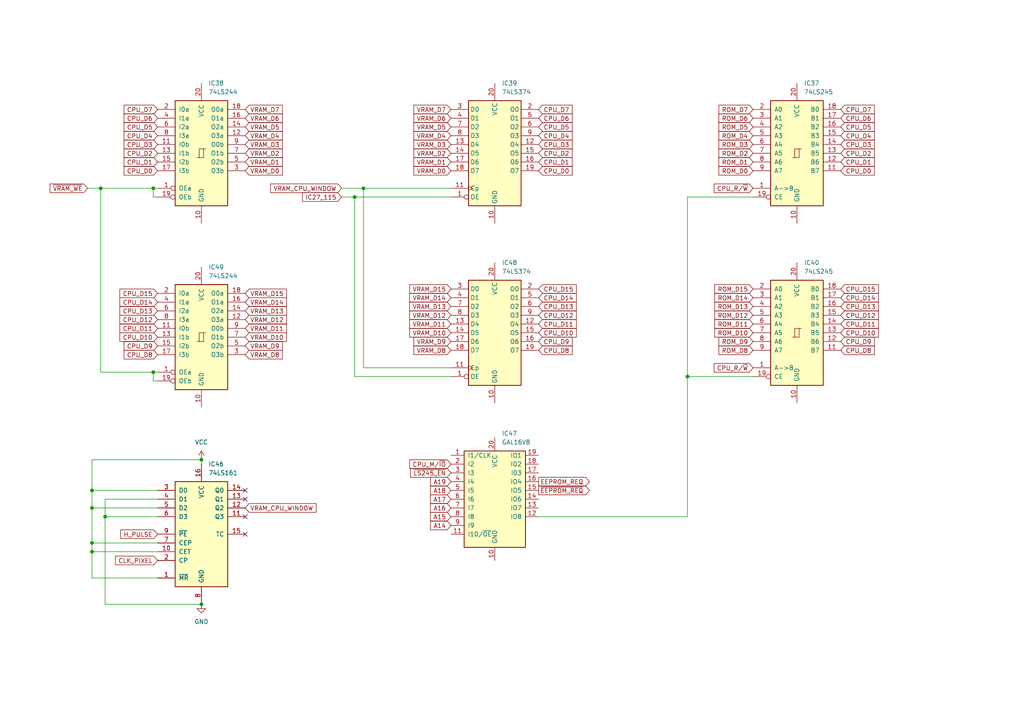
<source format=kicad_sch>
(kicad_sch (version 20211123) (generator eeschema)
  (paper "A4")
  (lib_symbols
    (symbol "74xx:74LS161" (pin_names (offset 1.016))
      (property "Reference" "U" (at -7.62 16.51 0))
      (property "Value" "74LS161" (at -7.62 -16.51 0))
      (symbol "74LS161_1_0"
        (pin input line (at -12.7 -12.7 0) (length 5.08) (name "~{MR}") (number "1"))
        (pin input line (at -12.7 -5.08 0) (length 5.08) (name "CET") (number "10"))
        (pin output line (at 12.7 5.08 180) (length 5.08) (name "Q3") (number "11"))
        (pin output line (at 12.7 7.62 180) (length 5.08) (name "Q2") (number "12"))
        (pin output line (at 12.7 10.16 180) (length 5.08) (name "Q1") (number "13"))
        (pin output line (at 12.7 12.7 180) (length 5.08) (name "Q0") (number "14"))
        (pin output line (at 12.7 0 180) (length 5.08) (name "TC") (number "15"))
        (pin power_in line (at 0 20.32 270) (length 5.08) (name "VCC") (number "16"))
        (pin input line (at -12.7 -7.62 0) (length 5.08) (name "CP") (number "2"))
        (pin input line (at -12.7 12.7 0) (length 5.08) (name "D0") (number "3"))
        (pin input line (at -12.7 10.16 0) (length 5.08) (name "D1") (number "4"))
        (pin input line (at -12.7 7.62 0) (length 5.08) (name "D2") (number "5"))
        (pin input line (at -12.7 5.08 0) (length 5.08) (name "D3") (number "6"))
        (pin input line (at -12.7 -2.54 0) (length 5.08) (name "CEP") (number "7"))
        (pin power_in line (at 0 -20.32 90) (length 5.08) (name "GND") (number "8"))
        (pin input line (at -12.7 0 0) (length 5.08) (name "~{PE}") (number "9"))
      )
      (symbol "74LS161_1_1"
        (rectangle (start -7.62 15.24) (end 7.62 -15.24) (stroke (width 0.254)) (fill (type background)))
      )
    )
    (symbol "74xx:74LS244" (pin_names (offset 1.016))
      (property "Reference" "U" (at -7.62 16.51 0))
      (property "Value" "74LS244" (at -7.62 -16.51 0))
      (symbol "74LS244_1_0"
        (polyline (pts (xy -0.635 -1.27) (xy -0.635 1.27) (xy 0.635 1.27)))
        (polyline (pts (xy -1.27 -1.27) (xy 0.635 -1.27) (xy 0.635 1.27) (xy 1.27 1.27)))
        (pin input inverted (at -12.7 -10.16 0) (length 5.08) (name "OEa") (number "1"))
        (pin power_in line (at 0 -20.32 90) (length 5.08) (name "GND") (number "10"))
        (pin input line (at -12.7 2.54 0) (length 5.08) (name "I0b") (number "11"))
        (pin tri_state line (at 12.7 5.08 180) (length 5.08) (name "O3a") (number "12"))
        (pin input line (at -12.7 0 0) (length 5.08) (name "I1b") (number "13"))
        (pin tri_state line (at 12.7 7.62 180) (length 5.08) (name "O2a") (number "14"))
        (pin input line (at -12.7 -2.54 0) (length 5.08) (name "I2b") (number "15"))
        (pin tri_state line (at 12.7 10.16 180) (length 5.08) (name "O1a") (number "16"))
        (pin input line (at -12.7 -5.08 0) (length 5.08) (name "I3b") (number "17"))
        (pin tri_state line (at 12.7 12.7 180) (length 5.08) (name "O0a") (number "18"))
        (pin input inverted (at -12.7 -12.7 0) (length 5.08) (name "OEb") (number "19"))
        (pin input line (at -12.7 12.7 0) (length 5.08) (name "I0a") (number "2"))
        (pin power_in line (at 0 20.32 270) (length 5.08) (name "VCC") (number "20"))
        (pin tri_state line (at 12.7 -5.08 180) (length 5.08) (name "O3b") (number "3"))
        (pin input line (at -12.7 10.16 0) (length 5.08) (name "I1a") (number "4"))
        (pin tri_state line (at 12.7 -2.54 180) (length 5.08) (name "O2b") (number "5"))
        (pin input line (at -12.7 7.62 0) (length 5.08) (name "I2a") (number "6"))
        (pin tri_state line (at 12.7 0 180) (length 5.08) (name "O1b") (number "7"))
        (pin input line (at -12.7 5.08 0) (length 5.08) (name "I3a") (number "8"))
        (pin tri_state line (at 12.7 2.54 180) (length 5.08) (name "O0b") (number "9"))
      )
      (symbol "74LS244_1_1"
        (rectangle (start -7.62 15.24) (end 7.62 -15.24) (stroke (width 0.254)) (fill (type background)))
      )
    )
    (symbol "74xx:74LS245" (pin_names (offset 1.016))
      (property "Reference" "U" (at -7.62 16.51 0))
      (property "Value" "74LS245" (at -7.62 -16.51 0))
      (symbol "74LS245_1_0"
        (polyline (pts (xy -0.635 -1.27) (xy -0.635 1.27) (xy 0.635 1.27)))
        (polyline (pts (xy -1.27 -1.27) (xy 0.635 -1.27) (xy 0.635 1.27) (xy 1.27 1.27)))
        (pin input line (at -12.7 -10.16 0) (length 5.08) (name "A->B") (number "1"))
        (pin power_in line (at 0 -20.32 90) (length 5.08) (name "GND") (number "10"))
        (pin tri_state line (at 12.7 -5.08 180) (length 5.08) (name "B7") (number "11"))
        (pin tri_state line (at 12.7 -2.54 180) (length 5.08) (name "B6") (number "12"))
        (pin tri_state line (at 12.7 0 180) (length 5.08) (name "B5") (number "13"))
        (pin tri_state line (at 12.7 2.54 180) (length 5.08) (name "B4") (number "14"))
        (pin tri_state line (at 12.7 5.08 180) (length 5.08) (name "B3") (number "15"))
        (pin tri_state line (at 12.7 7.62 180) (length 5.08) (name "B2") (number "16"))
        (pin tri_state line (at 12.7 10.16 180) (length 5.08) (name "B1") (number "17"))
        (pin tri_state line (at 12.7 12.7 180) (length 5.08) (name "B0") (number "18"))
        (pin input inverted (at -12.7 -12.7 0) (length 5.08) (name "CE") (number "19"))
        (pin tri_state line (at -12.7 12.7 0) (length 5.08) (name "A0") (number "2"))
        (pin power_in line (at 0 20.32 270) (length 5.08) (name "VCC") (number "20"))
        (pin tri_state line (at -12.7 10.16 0) (length 5.08) (name "A1") (number "3"))
        (pin tri_state line (at -12.7 7.62 0) (length 5.08) (name "A2") (number "4"))
        (pin tri_state line (at -12.7 5.08 0) (length 5.08) (name "A3") (number "5"))
        (pin tri_state line (at -12.7 2.54 0) (length 5.08) (name "A4") (number "6"))
        (pin tri_state line (at -12.7 0 0) (length 5.08) (name "A5") (number "7"))
        (pin tri_state line (at -12.7 -2.54 0) (length 5.08) (name "A6") (number "8"))
        (pin tri_state line (at -12.7 -5.08 0) (length 5.08) (name "A7") (number "9"))
      )
      (symbol "74LS245_1_1"
        (rectangle (start -7.62 15.24) (end 7.62 -15.24) (stroke (width 0.254)) (fill (type background)))
      )
    )
    (symbol "74xx:74LS374"
      (property "Reference" "U" (at -7.62 16.51 0))
      (property "Value" "74LS374" (at -7.62 -16.51 0))
      (symbol "74LS374_1_0"
        (pin input inverted (at -12.7 -12.7 0) (length 5.08) (name "OE") (number "1"))
        (pin power_in line (at 0 -20.32 90) (length 5.08) (name "GND") (number "10"))
        (pin input clock (at -12.7 -10.16 0) (length 5.08) (name "Cp") (number "11"))
        (pin tri_state line (at 12.7 2.54 180) (length 5.08) (name "O4") (number "12"))
        (pin input line (at -12.7 2.54 0) (length 5.08) (name "D4") (number "13"))
        (pin input line (at -12.7 0 0) (length 5.08) (name "D5") (number "14"))
        (pin tri_state line (at 12.7 0 180) (length 5.08) (name "O5") (number "15"))
        (pin tri_state line (at 12.7 -2.54 180) (length 5.08) (name "O6") (number "16"))
        (pin input line (at -12.7 -2.54 0) (length 5.08) (name "D6") (number "17"))
        (pin input line (at -12.7 -5.08 0) (length 5.08) (name "D7") (number "18"))
        (pin tri_state line (at 12.7 -5.08 180) (length 5.08) (name "O7") (number "19"))
        (pin tri_state line (at 12.7 12.7 180) (length 5.08) (name "O0") (number "2"))
        (pin power_in line (at 0 20.32 270) (length 5.08) (name "VCC") (number "20"))
        (pin input line (at -12.7 12.7 0) (length 5.08) (name "D0") (number "3"))
        (pin input line (at -12.7 10.16 0) (length 5.08) (name "D1") (number "4"))
        (pin tri_state line (at 12.7 10.16 180) (length 5.08) (name "O1") (number "5"))
        (pin tri_state line (at 12.7 7.62 180) (length 5.08) (name "O2") (number "6"))
        (pin input line (at -12.7 7.62 0) (length 5.08) (name "D2") (number "7"))
        (pin input line (at -12.7 5.08 0) (length 5.08) (name "D3") (number "8"))
        (pin tri_state line (at 12.7 5.08 180) (length 5.08) (name "O3") (number "9"))
      )
      (symbol "74LS374_1_1"
        (rectangle (start -7.62 15.24) (end 7.62 -15.24) (stroke (width 0.254)) (fill (type background)))
      )
    )
    (symbol "Logic_Programmable:GAL16V8" (pin_names (offset 1.016))
      (property "Reference" "U" (at -8.89 16.51 0))
      (property "Value" "GAL16V8" (at 1.27 16.51 0))
      (symbol "GAL16V8_0_0"
        (pin power_in line (at 0 -17.78 90) (length 3.81) (name "GND") (number "10"))
        (pin power_in line (at 0 17.78 270) (length 3.81) (name "VCC") (number "20"))
      )
      (symbol "GAL16V8_0_1"
        (rectangle (start -8.89 13.97) (end 8.89 -13.97) (stroke (width 0.254)) (fill (type background)))
      )
      (symbol "GAL16V8_1_1"
        (pin input line (at -12.7 12.7 0) (length 3.81) (name "I1/CLK") (number "1"))
        (pin input line (at -12.7 -10.16 0) (length 3.81) (name "I10/~{OE}") (number "11"))
        (pin tri_state line (at 12.7 -5.08 180) (length 3.81) (name "IO8") (number "12"))
        (pin tri_state line (at 12.7 -2.54 180) (length 3.81) (name "IO7") (number "13"))
        (pin tri_state line (at 12.7 0 180) (length 3.81) (name "IO6") (number "14"))
        (pin tri_state line (at 12.7 2.54 180) (length 3.81) (name "IO5") (number "15"))
        (pin tri_state line (at 12.7 5.08 180) (length 3.81) (name "IO4") (number "16"))
        (pin tri_state line (at 12.7 7.62 180) (length 3.81) (name "I03") (number "17"))
        (pin tri_state line (at 12.7 10.16 180) (length 3.81) (name "IO2") (number "18"))
        (pin tri_state line (at 12.7 12.7 180) (length 3.81) (name "IO1") (number "19"))
        (pin input line (at -12.7 10.16 0) (length 3.81) (name "I2") (number "2"))
        (pin input line (at -12.7 7.62 0) (length 3.81) (name "I3") (number "3"))
        (pin input line (at -12.7 5.08 0) (length 3.81) (name "I4") (number "4"))
        (pin input line (at -12.7 2.54 0) (length 3.81) (name "I5") (number "5"))
        (pin input line (at -12.7 0 0) (length 3.81) (name "I6") (number "6"))
        (pin input line (at -12.7 -2.54 0) (length 3.81) (name "I7") (number "7"))
        (pin input line (at -12.7 -5.08 0) (length 3.81) (name "I8") (number "8"))
        (pin input line (at -12.7 -7.62 0) (length 3.81) (name "I9") (number "9"))
      )
    )
    (symbol "power:GND" (power) (pin_names (offset 0))
      (property "Value" "GND" (at 0 -3.81 0))
      (symbol "GND_0_1"
        (polyline (pts (xy 0 0) (xy 0 -1.27) (xy 1.27 -1.27) (xy 0 -2.54) (xy -1.27 -1.27) (xy 0 -1.27)))
      )
      (symbol "GND_1_1"
        (pin power_in line (at 0 0 270) (length 0) hide (name "GND") (number "1"))
      )
    )
    (symbol "power:VCC" (power) (pin_names (offset 0))
      (property "Value" "VCC" (at 0 3.81 0))
      (symbol "VCC_0_1"
        (polyline (pts (xy -0.762 1.27) (xy 0 2.54)))
        (polyline (pts (xy 0 0) (xy 0 2.54)))
        (polyline (pts (xy 0 2.54) (xy 0.762 1.27)))
      )
      (symbol "VCC_1_1"
        (pin power_in line (at 0 0 90) (length 0) hide (name "VCC") (number "1"))
      )
    )
  )
  (junction (at 44.45 54.61))
  (junction (at 105.41 54.61))
  (junction (at 199.39 109.22))
  (junction (at 58.42 175.26))
  (junction (at 30.48 149.86))
  (junction (at 44.45 107.95))
  (junction (at 26.67 147.32))
  (junction (at 26.67 157.48))
  (junction (at 29.21 54.61))
  (junction (at 102.87 57.15))
  (junction (at 58.42 133.35))
  (junction (at 26.67 160.02))
  (junction (at 26.67 142.24))
  (no_connect (at 71.12 142.24))
  (no_connect (at 71.12 154.94))
  (no_connect (at 71.12 144.78))
  (no_connect (at 71.12 149.86))
  (wire (pts (xy 44.45 57.15) (xy 44.45 54.61)))
  (wire (pts (xy 99.06 54.61) (xy 105.41 54.61)))
  (wire (pts (xy 130.81 54.61) (xy 105.41 54.61)))
  (wire (pts (xy 45.72 110.49) (xy 44.45 110.49)))
  (wire (pts (xy 26.67 160.02) (xy 26.67 157.48)))
  (wire (pts (xy 99.06 57.15) (xy 102.87 57.15)))
  (wire (pts (xy 30.48 175.26) (xy 58.42 175.26)))
  (wire (pts (xy 29.21 107.95) (xy 29.21 54.61)))
  (wire (pts (xy 26.67 167.64) (xy 26.67 160.02)))
  (wire (pts (xy 26.67 147.32) (xy 45.72 147.32)))
  (wire (pts (xy 26.67 157.48) (xy 26.67 147.32)))
  (wire (pts (xy 199.39 57.15) (xy 199.39 109.22)))
  (wire (pts (xy 102.87 109.22) (xy 102.87 57.15)))
  (wire (pts (xy 45.72 107.95) (xy 44.45 107.95)))
  (wire (pts (xy 30.48 144.78) (xy 30.48 149.86)))
  (wire (pts (xy 25.4 54.61) (xy 29.21 54.61)))
  (wire (pts (xy 30.48 149.86) (xy 45.72 149.86)))
  (wire (pts (xy 26.67 142.24) (xy 45.72 142.24)))
  (wire (pts (xy 105.41 54.61) (xy 105.41 106.68)))
  (wire (pts (xy 58.42 134.62) (xy 58.42 133.35)))
  (wire (pts (xy 45.72 167.64) (xy 26.67 167.64)))
  (wire (pts (xy 102.87 57.15) (xy 130.81 57.15)))
  (wire (pts (xy 44.45 110.49) (xy 44.45 107.95)))
  (wire (pts (xy 30.48 149.86) (xy 30.48 175.26)))
  (wire (pts (xy 45.72 144.78) (xy 30.48 144.78)))
  (wire (pts (xy 26.67 157.48) (xy 45.72 157.48)))
  (wire (pts (xy 130.81 109.22) (xy 102.87 109.22)))
  (wire (pts (xy 44.45 54.61) (xy 45.72 54.61)))
  (wire (pts (xy 45.72 57.15) (xy 44.45 57.15)))
  (wire (pts (xy 58.42 133.35) (xy 26.67 133.35)))
  (wire (pts (xy 29.21 54.61) (xy 44.45 54.61)))
  (wire (pts (xy 26.67 160.02) (xy 45.72 160.02)))
  (wire (pts (xy 26.67 147.32) (xy 26.67 142.24)))
  (wire (pts (xy 156.21 149.86) (xy 199.39 149.86)))
  (wire (pts (xy 199.39 109.22) (xy 218.44 109.22)))
  (wire (pts (xy 26.67 133.35) (xy 26.67 142.24)))
  (wire (pts (xy 105.41 106.68) (xy 130.81 106.68)))
  (wire (pts (xy 199.39 109.22) (xy 199.39 149.86)))
  (wire (pts (xy 218.44 57.15) (xy 199.39 57.15)))
  (wire (pts (xy 44.45 107.95) (xy 29.21 107.95)))
  (global_label "ROM_D5" (shape input) (at 218.44 36.83 180) (property "Intersheet References" "${INTERSHEET_REFS}" (effects hide)))
  (global_label "IC27_115" (shape input) (at 99.06 57.15 180) (property "Intersheet References" "${INTERSHEET_REFS}" (effects hide)))
  (global_label "ROM_D13" (shape input) (at 218.44 88.9 180) (property "Intersheet References" "${INTERSHEET_REFS}" (effects hide)))
  (global_label "A18" (shape input) (at 130.81 142.24 180) (property "Intersheet References" "${INTERSHEET_REFS}" (effects hide)))
  (global_label "CPU_R{slash}~{W}" (shape input) (at 218.44 106.68 180) (property "Intersheet References" "${INTERSHEET_REFS}" (effects hide)))
  (global_label "A17" (shape input) (at 130.81 144.78 180) (property "Intersheet References" "${INTERSHEET_REFS}" (effects hide)))
  (global_label "ROM_D0" (shape input) (at 218.44 49.53 180) (property "Intersheet References" "${INTERSHEET_REFS}" (effects hide)))
  (global_label "CPU_D9" (shape input) (at 156.21 99.06 0) (property "Intersheet References" "${INTERSHEET_REFS}" (effects hide)))
  (global_label "ROM_D12" (shape input) (at 218.44 91.44 180) (property "Intersheet References" "${INTERSHEET_REFS}" (effects hide)))
  (global_label "CPU_D14" (shape input) (at 45.72 87.63 180) (property "Intersheet References" "${INTERSHEET_REFS}" (effects hide)))
  (global_label "CPU_D15" (shape input) (at 156.21 83.82 0) (property "Intersheet References" "${INTERSHEET_REFS}" (effects hide)))
  (global_label "H_PULSE" (shape input) (at 45.72 154.94 180) (property "Intersheet References" "${INTERSHEET_REFS}" (effects hide)))
  (global_label "VRAM_D12" (shape input) (at 130.81 91.44 180) (property "Intersheet References" "${INTERSHEET_REFS}" (effects hide)))
  (global_label "ROM_D2" (shape input) (at 218.44 44.45 180) (property "Intersheet References" "${INTERSHEET_REFS}" (effects hide)))
  (global_label "CPU_D11" (shape input) (at 243.84 93.98 0) (property "Intersheet References" "${INTERSHEET_REFS}" (effects hide)))
  (global_label "A19" (shape input) (at 130.81 139.7 180) (property "Intersheet References" "${INTERSHEET_REFS}" (effects hide)))
  (global_label "VRAM_CPU_WINDOW" (shape input) (at 71.12 147.32 0) (property "Intersheet References" "${INTERSHEET_REFS}" (effects hide)))
  (global_label "VRAM_D0" (shape input) (at 71.12 49.53 0) (property "Intersheet References" "${INTERSHEET_REFS}" (effects hide)))
  (global_label "CPU_D7" (shape input) (at 243.84 31.75 0) (property "Intersheet References" "${INTERSHEET_REFS}" (effects hide)))
  (global_label "CPU_D11" (shape input) (at 45.72 95.25 180) (property "Intersheet References" "${INTERSHEET_REFS}" (effects hide)))
  (global_label "VRAM_D8" (shape input) (at 130.81 101.6 180) (property "Intersheet References" "${INTERSHEET_REFS}" (effects hide)))
  (global_label "VRAM_D7" (shape input) (at 130.81 31.75 180) (property "Intersheet References" "${INTERSHEET_REFS}" (effects hide)))
  (global_label "VRAM_D1" (shape input) (at 130.81 46.99 180) (property "Intersheet References" "${INTERSHEET_REFS}" (effects hide)))
  (global_label "CPU_D14" (shape input) (at 243.84 86.36 0) (property "Intersheet References" "${INTERSHEET_REFS}" (effects hide)))
  (global_label "CPU_D7" (shape input) (at 45.72 31.75 180) (property "Intersheet References" "${INTERSHEET_REFS}" (effects hide)))
  (global_label "VRAM_D6" (shape input) (at 71.12 34.29 0) (property "Intersheet References" "${INTERSHEET_REFS}" (effects hide)))
  (global_label "CPU_D4" (shape input) (at 45.72 39.37 180) (property "Intersheet References" "${INTERSHEET_REFS}" (effects hide)))
  (global_label "CPU_D1" (shape input) (at 45.72 46.99 180) (property "Intersheet References" "${INTERSHEET_REFS}" (effects hide)))
  (global_label "CPU_D8" (shape input) (at 243.84 101.6 0) (property "Intersheet References" "${INTERSHEET_REFS}" (effects hide)))
  (global_label "VRAM_CPU_WINDOW" (shape input) (at 99.06 54.61 180) (property "Intersheet References" "${INTERSHEET_REFS}" (effects hide)))
  (global_label "VRAM_D14" (shape input) (at 130.81 86.36 180) (property "Intersheet References" "${INTERSHEET_REFS}" (effects hide)))
  (global_label "CPU_D3" (shape input) (at 243.84 41.91 0) (property "Intersheet References" "${INTERSHEET_REFS}" (effects hide)))
  (global_label "VRAM_D9" (shape input) (at 130.81 99.06 180) (property "Intersheet References" "${INTERSHEET_REFS}" (effects hide)))
  (global_label "VRAM_D6" (shape input) (at 130.81 34.29 180) (property "Intersheet References" "${INTERSHEET_REFS}" (effects hide)))
  (global_label "ROM_D7" (shape input) (at 218.44 31.75 180) (property "Intersheet References" "${INTERSHEET_REFS}" (effects hide)))
  (global_label "VRAM_D15" (shape input) (at 130.81 83.82 180) (property "Intersheet References" "${INTERSHEET_REFS}" (effects hide)))
  (global_label "CPU_D13" (shape input) (at 243.84 88.9 0) (property "Intersheet References" "${INTERSHEET_REFS}" (effects hide)))
  (global_label "CPU_D6" (shape input) (at 156.21 34.29 0) (property "Intersheet References" "${INTERSHEET_REFS}" (effects hide)))
  (global_label "CPU_D2" (shape input) (at 243.84 44.45 0) (property "Intersheet References" "${INTERSHEET_REFS}" (effects hide)))
  (global_label "ROM_D1" (shape input) (at 218.44 46.99 180) (property "Intersheet References" "${INTERSHEET_REFS}" (effects hide)))
  (global_label "CPU_D3" (shape input) (at 156.21 41.91 0) (property "Intersheet References" "${INTERSHEET_REFS}" (effects hide)))
  (global_label "VRAM_D5" (shape input) (at 71.12 36.83 0) (property "Intersheet References" "${INTERSHEET_REFS}" (effects hide)))
  (global_label "CPU_D11" (shape input) (at 156.21 93.98 0) (property "Intersheet References" "${INTERSHEET_REFS}" (effects hide)))
  (global_label "VRAM_D12" (shape input) (at 71.12 92.71 0) (property "Intersheet References" "${INTERSHEET_REFS}" (effects hide)))
  (global_label "VRAM_D0" (shape input) (at 130.81 49.53 180) (property "Intersheet References" "${INTERSHEET_REFS}" (effects hide)))
  (global_label "CPU_D5" (shape input) (at 243.84 36.83 0) (property "Intersheet References" "${INTERSHEET_REFS}" (effects hide)))
  (global_label "~{EEPROM_REQ}" (shape output) (at 156.21 142.24 0) (property "Intersheet References" "${INTERSHEET_REFS}" (effects hide)))
  (global_label "CPU_D0" (shape input) (at 243.84 49.53 0) (property "Intersheet References" "${INTERSHEET_REFS}" (effects hide)))
  (global_label "CPU_D15" (shape input) (at 45.72 85.09 180) (property "Intersheet References" "${INTERSHEET_REFS}" (effects hide)))
  (global_label "VRAM_D3" (shape input) (at 71.12 41.91 0) (property "Intersheet References" "${INTERSHEET_REFS}" (effects hide)))
  (global_label "CPU_D12" (shape input) (at 156.21 91.44 0) (property "Intersheet References" "${INTERSHEET_REFS}" (effects hide)))
  (global_label "CPU_D13" (shape input) (at 156.21 88.9 0) (property "Intersheet References" "${INTERSHEET_REFS}" (effects hide)))
  (global_label "VRAM_D5" (shape input) (at 130.81 36.83 180) (property "Intersheet References" "${INTERSHEET_REFS}" (effects hide)))
  (global_label "VRAM_D13" (shape input) (at 130.81 88.9 180) (property "Intersheet References" "${INTERSHEET_REFS}" (effects hide)))
  (global_label "VRAM_D10" (shape input) (at 71.12 97.79 0) (property "Intersheet References" "${INTERSHEET_REFS}" (effects hide)))
  (global_label "CPU_D0" (shape input) (at 45.72 49.53 180) (property "Intersheet References" "${INTERSHEET_REFS}" (effects hide)))
  (global_label "CPU_D1" (shape input) (at 243.84 46.99 0) (property "Intersheet References" "${INTERSHEET_REFS}" (effects hide)))
  (global_label "CLK_PIXEL" (shape input) (at 45.72 162.56 180) (property "Intersheet References" "${INTERSHEET_REFS}" (effects hide)))
  (global_label "ROM_D9" (shape input) (at 218.44 99.06 180) (property "Intersheet References" "${INTERSHEET_REFS}" (effects hide)))
  (global_label "CPU_D15" (shape input) (at 243.84 83.82 0) (property "Intersheet References" "${INTERSHEET_REFS}" (effects hide)))
  (global_label "VRAM_D15" (shape input) (at 71.12 85.09 0) (property "Intersheet References" "${INTERSHEET_REFS}" (effects hide)))
  (global_label "ROM_D3" (shape input) (at 218.44 41.91 180) (property "Intersheet References" "${INTERSHEET_REFS}" (effects hide)))
  (global_label "ROM_D8" (shape input) (at 218.44 101.6 180) (property "Intersheet References" "${INTERSHEET_REFS}" (effects hide)))
  (global_label "VRAM_D4" (shape input) (at 130.81 39.37 180) (property "Intersheet References" "${INTERSHEET_REFS}" (effects hide)))
  (global_label "VRAM_D8" (shape input) (at 71.12 102.87 0) (property "Intersheet References" "${INTERSHEET_REFS}" (effects hide)))
  (global_label "CPU_D14" (shape input) (at 156.21 86.36 0) (property "Intersheet References" "${INTERSHEET_REFS}" (effects hide)))
  (global_label "A14" (shape input) (at 130.81 152.4 180) (property "Intersheet References" "${INTERSHEET_REFS}" (effects hide)))
  (global_label "CPU_D9" (shape input) (at 45.72 100.33 180) (property "Intersheet References" "${INTERSHEET_REFS}" (effects hide)))
  (global_label "CPU_R{slash}~{W}" (shape input) (at 218.44 54.61 180) (property "Intersheet References" "${INTERSHEET_REFS}" (effects hide)))
  (global_label "A15" (shape input) (at 130.81 149.86 180) (property "Intersheet References" "${INTERSHEET_REFS}" (effects hide)))
  (global_label "VRAM_D1" (shape input) (at 71.12 46.99 0) (property "Intersheet References" "${INTERSHEET_REFS}" (effects hide)))
  (global_label "CPU_D12" (shape input) (at 243.84 91.44 0) (property "Intersheet References" "${INTERSHEET_REFS}" (effects hide)))
  (global_label "CPU_D12" (shape input) (at 45.72 92.71 180) (property "Intersheet References" "${INTERSHEET_REFS}" (effects hide)))
  (global_label "CPU_D4" (shape input) (at 243.84 39.37 0) (property "Intersheet References" "${INTERSHEET_REFS}" (effects hide)))
  (global_label "CPU_D2" (shape input) (at 156.21 44.45 0) (property "Intersheet References" "${INTERSHEET_REFS}" (effects hide)))
  (global_label "ROM_D14" (shape input) (at 218.44 86.36 180) (property "Intersheet References" "${INTERSHEET_REFS}" (effects hide)))
  (global_label "CPU_D13" (shape input) (at 45.72 90.17 180) (property "Intersheet References" "${INTERSHEET_REFS}" (effects hide)))
  (global_label "CPU_D1" (shape input) (at 156.21 46.99 0) (property "Intersheet References" "${INTERSHEET_REFS}" (effects hide)))
  (global_label "CPU_D10" (shape input) (at 156.21 96.52 0) (property "Intersheet References" "${INTERSHEET_REFS}" (effects hide)))
  (global_label "VRAM_D9" (shape input) (at 71.12 100.33 0) (property "Intersheet References" "${INTERSHEET_REFS}" (effects hide)))
  (global_label "VRAM_D3" (shape input) (at 130.81 41.91 180) (property "Intersheet References" "${INTERSHEET_REFS}" (effects hide)))
  (global_label "VRAM_D2" (shape input) (at 71.12 44.45 0) (property "Intersheet References" "${INTERSHEET_REFS}" (effects hide)))
  (global_label "VRAM_D7" (shape input) (at 71.12 31.75 0) (property "Intersheet References" "${INTERSHEET_REFS}" (effects hide)))
  (global_label "ROM_D11" (shape input) (at 218.44 93.98 180) (property "Intersheet References" "${INTERSHEET_REFS}" (effects hide)))
  (global_label "VRAM_D11" (shape input) (at 71.12 95.25 0) (property "Intersheet References" "${INTERSHEET_REFS}" (effects hide)))
  (global_label "CPU_D8" (shape input) (at 45.72 102.87 180) (property "Intersheet References" "${INTERSHEET_REFS}" (effects hide)))
  (global_label "CPU_D6" (shape input) (at 45.72 34.29 180) (property "Intersheet References" "${INTERSHEET_REFS}" (effects hide)))
  (global_label "VRAM_D14" (shape input) (at 71.12 87.63 0) (property "Intersheet References" "${INTERSHEET_REFS}" (effects hide)))
  (global_label "VRAM_D11" (shape input) (at 130.81 93.98 180) (property "Intersheet References" "${INTERSHEET_REFS}" (effects hide)))
  (global_label "CPU_D2" (shape input) (at 45.72 44.45 180) (property "Intersheet References" "${INTERSHEET_REFS}" (effects hide)))
  (global_label "CPU_D10" (shape input) (at 243.84 96.52 0) (property "Intersheet References" "${INTERSHEET_REFS}" (effects hide)))
  (global_label "CPU_D0" (shape input) (at 156.21 49.53 0) (property "Intersheet References" "${INTERSHEET_REFS}" (effects hide)))
  (global_label "~{VRAM_WE}" (shape input) (at 25.4 54.61 180) (property "Intersheet References" "${INTERSHEET_REFS}" (effects hide)))
  (global_label "CPU_D5" (shape input) (at 156.21 36.83 0) (property "Intersheet References" "${INTERSHEET_REFS}" (effects hide)))
  (global_label "CPU_D8" (shape input) (at 156.21 101.6 0) (property "Intersheet References" "${INTERSHEET_REFS}" (effects hide)))
  (global_label "CPU_D10" (shape input) (at 45.72 97.79 180) (property "Intersheet References" "${INTERSHEET_REFS}" (effects hide)))
  (global_label "EEPROM_REQ" (shape output) (at 156.21 139.7 0) (property "Intersheet References" "${INTERSHEET_REFS}" (effects hide)))
  (global_label "A16" (shape input) (at 130.81 147.32 180) (property "Intersheet References" "${INTERSHEET_REFS}" (effects hide)))
  (global_label "CPU_D3" (shape input) (at 45.72 41.91 180) (property "Intersheet References" "${INTERSHEET_REFS}" (effects hide)))
  (global_label "VRAM_D13" (shape input) (at 71.12 90.17 0) (property "Intersheet References" "${INTERSHEET_REFS}" (effects hide)))
  (global_label "CPU_D7" (shape input) (at 156.21 31.75 0) (property "Intersheet References" "${INTERSHEET_REFS}" (effects hide)))
  (global_label "ROM_D4" (shape input) (at 218.44 39.37 180) (property "Intersheet References" "${INTERSHEET_REFS}" (effects hide)))
  (global_label "VRAM_D4" (shape input) (at 71.12 39.37 0) (property "Intersheet References" "${INTERSHEET_REFS}" (effects hide)))
  (global_label "ROM_D15" (shape input) (at 218.44 83.82 180) (property "Intersheet References" "${INTERSHEET_REFS}" (effects hide)))
  (global_label "CPU_D5" (shape input) (at 45.72 36.83 180) (property "Intersheet References" "${INTERSHEET_REFS}" (effects hide)))
  (global_label "VRAM_D10" (shape input) (at 130.81 96.52 180) (property "Intersheet References" "${INTERSHEET_REFS}" (effects hide)))
  (global_label "~{LS245_EN}" (shape input) (at 130.81 137.16 180) (property "Intersheet References" "${INTERSHEET_REFS}" (effects hide)))
  (global_label "CPU_D4" (shape input) (at 156.21 39.37 0) (property "Intersheet References" "${INTERSHEET_REFS}" (effects hide)))
  (global_label "VRAM_D2" (shape input) (at 130.81 44.45 180) (property "Intersheet References" "${INTERSHEET_REFS}" (effects hide)))
  (global_label "ROM_D10" (shape input) (at 218.44 96.52 180) (property "Intersheet References" "${INTERSHEET_REFS}" (effects hide)))
  (global_label "CPU_M{slash}~{IO}" (shape input) (at 130.81 134.62 180) (property "Intersheet References" "${INTERSHEET_REFS}" (effects hide)))
  (global_label "CPU_D6" (shape input) (at 243.84 34.29 0) (property "Intersheet References" "${INTERSHEET_REFS}" (effects hide)))
  (global_label "ROM_D6" (shape input) (at 218.44 34.29 180) (property "Intersheet References" "${INTERSHEET_REFS}" (effects hide)))
  (global_label "CPU_D9" (shape input) (at 243.84 99.06 0) (property "Intersheet References" "${INTERSHEET_REFS}" (effects hide)))
  (symbol (lib_id "74xx:74LS245") (at 231.14 44.45 0) (unit 1)
    (property "Reference" "IC37" (at 233.1594 24.13 0) (effects (justify left)))
    (property "Value" "74LS245" (at 233.1594 26.67 0) (effects (justify left)))
    (property "Datasheet" "http://www.ti.com/lit/gpn/sn74LS245" (effects hide))
  )
  (symbol (lib_id "74xx:74LS245") (at 231.14 96.52 0) (unit 1)
    (property "Reference" "IC40" (at 233.1594 76.2 0) (effects (justify left)))
    (property "Value" "74LS245" (at 233.1594 78.74 0) (effects (justify left)))
    (property "Datasheet" "http://www.ti.com/lit/gpn/sn74LS245" (effects hide))
  )
  (symbol (lib_id "74xx:74LS244") (at 58.42 97.79 0) (unit 1)
    (property "Reference" "IC49" (at 60.4394 77.47 0) (effects (justify left)))
    (property "Value" "74LS244" (at 60.4394 80.01 0) (effects (justify left)))
    (property "Datasheet" "http://www.ti.com/lit/ds/symlink/sn74ls244.pdf" (effects hide))
  )
  (symbol (lib_id "power:VCC") (at 58.42 133.35 0) (unit 1)
    (property "Reference" "#PWR?" (effects hide))
    (property "Value" "VCC" (at 58.42 128.27 0))
  )
  (symbol (lib_id "Logic_Programmable:GAL16V8") (at 143.51 144.78 0) (unit 1)
    (property "Reference" "IC47" (at 145.5294 125.73 0) (effects (justify left)))
    (property "Value" "GAL16V8" (at 145.5294 128.27 0) (effects (justify left)))
  )
  (symbol (lib_id "power:GND") (at 58.42 175.26 0) (unit 1)
    (property "Reference" "#PWR?" (effects hide))
    (property "Value" "GND" (at 58.42 180.34 0))
  )
  (symbol (lib_id "74xx:74LS374") (at 143.51 96.52 0) (unit 1)
    (property "Reference" "IC48" (at 145.5294 76.2 0) (effects (justify left)))
    (property "Value" "74LS374" (at 145.5294 78.74 0) (effects (justify left)))
    (property "Datasheet" "http://www.ti.com/lit/gpn/sn74LS374" (effects hide))
  )
  (symbol (lib_id "74xx:74LS244") (at 58.42 44.45 0) (unit 1)
    (property "Reference" "IC38" (at 60.4394 24.13 0) (effects (justify left)))
    (property "Value" "74LS244" (at 60.4394 26.67 0) (effects (justify left)))
    (property "Datasheet" "http://www.ti.com/lit/ds/symlink/sn74ls244.pdf" (effects hide))
  )
  (symbol (lib_id "74xx:74LS374") (at 143.51 44.45 0) (unit 1)
    (property "Reference" "IC39" (at 145.5294 24.13 0) (effects (justify left)))
    (property "Value" "74LS374" (at 145.5294 26.67 0) (effects (justify left)))
    (property "Datasheet" "http://www.ti.com/lit/gpn/sn74LS374" (effects hide))
  )
  (symbol (lib_id "74xx:74LS161") (at 58.42 154.94 0) (unit 1)
    (property "Reference" "IC46" (at 60.4394 134.62 0) (effects (justify left)))
    (property "Value" "74LS161" (at 60.4394 137.16 0) (effects (justify left)))
    (property "Datasheet" "http://www.ti.com/lit/gpn/sn74LS161" (effects hide))
  )
)
</source>
